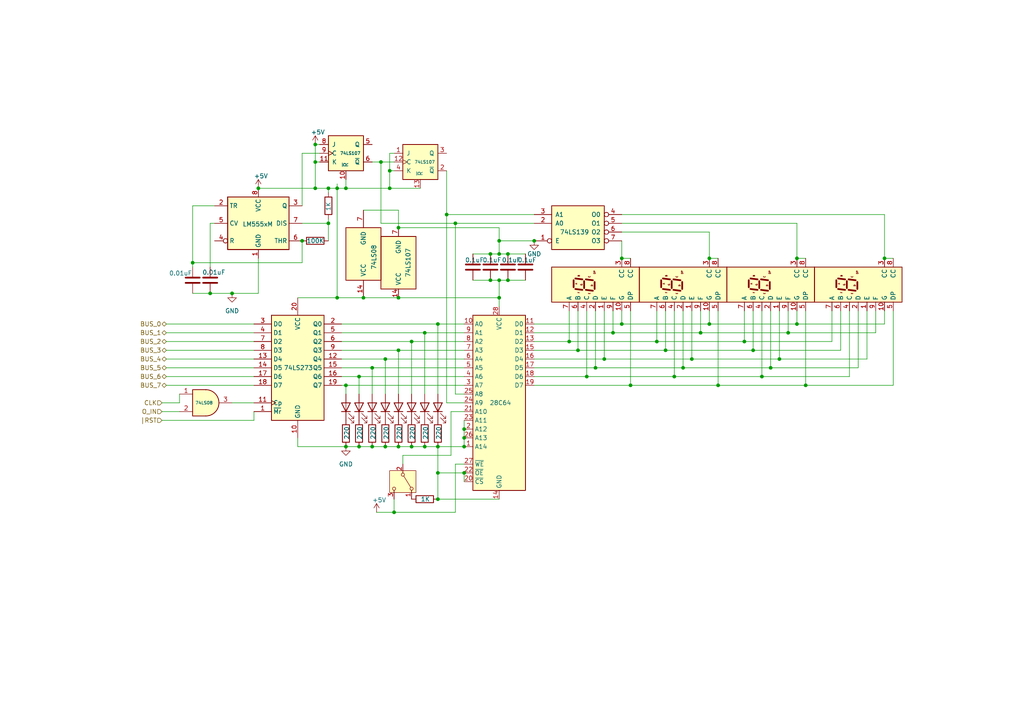
<source format=kicad_sch>
(kicad_sch (version 20231120) (generator "eeschema") (generator_version "8.0")
  (paper "A4")
  (lib_symbols
    (symbol "74xx:74LS08" (pin_names (offset 1.016))
      (property "Reference" "U" (at 0 1.27 0))
      (property "Value" "74LS08" (at 0 -1.27 0))
      (symbol "74LS08_1_1"
        (arc (start 0 -3.81) (mid 3.7934 0) (end 0 3.81) (stroke (width 0.254)) (fill (type background)))
        (polyline (pts (xy 0 3.81) (xy -3.81 3.81) (xy -3.81 -3.81) (xy 0 -3.81)) (stroke (width 0.254)) (fill (type background)))
        (pin input line (at -7.62 2.54 0) (length 3.81) (name "~") (number "1"))
        (pin input line (at -7.62 -2.54 0) (length 3.81) (name "~") (number "2"))
        (pin output line (at 7.62 0 180) (length 3.81) (name "~") (number "3"))
      )
      (symbol "74LS08_1_2"
        (arc (start -3.81 -3.81) (mid -2.589 0) (end -3.81 3.81) (stroke (width 0.254)))
        (arc (start -0.6096 -3.81) (mid 2.1842 -2.5851) (end 3.81 0) (stroke (width 0.254)) (fill (type background)))
        (polyline (pts (xy -3.81 -3.81) (xy -0.635 -3.81)) (stroke (width 0.254)) (fill (type background)))
        (polyline (pts (xy -3.81 3.81) (xy -0.635 3.81)) (stroke (width 0.254)) (fill (type background)))
        (polyline (pts (xy -0.635 3.81) (xy -3.81 3.81) (xy -3.81 3.81) (xy -3.556 3.4036) (xy -3.0226 2.2606) (xy -2.6924 1.0414) (xy -2.6162 -0.254) (xy -2.7686 -1.4986) (xy -3.175 -2.7178) (xy -3.81 -3.81) (xy -3.81 -3.81) (xy -0.635 -3.81)) (stroke (width -25.4)) (fill (type background)))
        (arc (start 3.81 0) (mid 2.1915 2.5936) (end -0.6096 3.81) (stroke (width 0.254)) (fill (type background)))
        (pin input inverted (at -7.62 2.54 0) (length 4.318) (name "~") (number "1"))
        (pin input inverted (at -7.62 -2.54 0) (length 4.318) (name "~") (number "2"))
        (pin output inverted (at 7.62 0 180) (length 3.81) (name "~") (number "3"))
      )
      (symbol "74LS08_2_1"
        (arc (start 0 -3.81) (mid 3.7934 0) (end 0 3.81) (stroke (width 0.254)) (fill (type background)))
        (polyline (pts (xy 0 3.81) (xy -3.81 3.81) (xy -3.81 -3.81) (xy 0 -3.81)) (stroke (width 0.254)) (fill (type background)))
        (pin input line (at -7.62 2.54 0) (length 3.81) (name "~") (number "4"))
        (pin input line (at -7.62 -2.54 0) (length 3.81) (name "~") (number "5"))
        (pin output line (at 7.62 0 180) (length 3.81) (name "~") (number "6"))
      )
      (symbol "74LS08_2_2"
        (arc (start -3.81 -3.81) (mid -2.589 0) (end -3.81 3.81) (stroke (width 0.254)))
        (arc (start -0.6096 -3.81) (mid 2.1842 -2.5851) (end 3.81 0) (stroke (width 0.254)) (fill (type background)))
        (polyline (pts (xy -3.81 -3.81) (xy -0.635 -3.81)) (stroke (width 0.254)) (fill (type background)))
        (polyline (pts (xy -3.81 3.81) (xy -0.635 3.81)) (stroke (width 0.254)) (fill (type background)))
        (polyline (pts (xy -0.635 3.81) (xy -3.81 3.81) (xy -3.81 3.81) (xy -3.556 3.4036) (xy -3.0226 2.2606) (xy -2.6924 1.0414) (xy -2.6162 -0.254) (xy -2.7686 -1.4986) (xy -3.175 -2.7178) (xy -3.81 -3.81) (xy -3.81 -3.81) (xy -0.635 -3.81)) (stroke (width -25.4)) (fill (type background)))
        (arc (start 3.81 0) (mid 2.1915 2.5936) (end -0.6096 3.81) (stroke (width 0.254)) (fill (type background)))
        (pin input inverted (at -7.62 2.54 0) (length 4.318) (name "~") (number "4"))
        (pin input inverted (at -7.62 -2.54 0) (length 4.318) (name "~") (number "5"))
        (pin output inverted (at 7.62 0 180) (length 3.81) (name "~") (number "6"))
      )
      (symbol "74LS08_3_1"
        (arc (start 0 -3.81) (mid 3.7934 0) (end 0 3.81) (stroke (width 0.254)) (fill (type background)))
        (polyline (pts (xy 0 3.81) (xy -3.81 3.81) (xy -3.81 -3.81) (xy 0 -3.81)) (stroke (width 0.254)) (fill (type background)))
        (pin input line (at -7.62 -2.54 0) (length 3.81) (name "~") (number "10"))
        (pin output line (at 7.62 0 180) (length 3.81) (name "~") (number "8"))
        (pin input line (at -7.62 2.54 0) (length 3.81) (name "~") (number "9"))
      )
      (symbol "74LS08_3_2"
        (arc (start -3.81 -3.81) (mid -2.589 0) (end -3.81 3.81) (stroke (width 0.254)))
        (arc (start -0.6096 -3.81) (mid 2.1842 -2.5851) (end 3.81 0) (stroke (width 0.254)) (fill (type background)))
        (polyline (pts (xy -3.81 -3.81) (xy -0.635 -3.81)) (stroke (width 0.254)) (fill (type background)))
        (polyline (pts (xy -3.81 3.81) (xy -0.635 3.81)) (stroke (width 0.254)) (fill (type background)))
        (polyline (pts (xy -0.635 3.81) (xy -3.81 3.81) (xy -3.81 3.81) (xy -3.556 3.4036) (xy -3.0226 2.2606) (xy -2.6924 1.0414) (xy -2.6162 -0.254) (xy -2.7686 -1.4986) (xy -3.175 -2.7178) (xy -3.81 -3.81) (xy -3.81 -3.81) (xy -0.635 -3.81)) (stroke (width -25.4)) (fill (type background)))
        (arc (start 3.81 0) (mid 2.1915 2.5936) (end -0.6096 3.81) (stroke (width 0.254)) (fill (type background)))
        (pin input inverted (at -7.62 -2.54 0) (length 4.318) (name "~") (number "10"))
        (pin output inverted (at 7.62 0 180) (length 3.81) (name "~") (number "8"))
        (pin input inverted (at -7.62 2.54 0) (length 4.318) (name "~") (number "9"))
      )
      (symbol "74LS08_4_1"
        (arc (start 0 -3.81) (mid 3.7934 0) (end 0 3.81) (stroke (width 0.254)) (fill (type background)))
        (polyline (pts (xy 0 3.81) (xy -3.81 3.81) (xy -3.81 -3.81) (xy 0 -3.81)) (stroke (width 0.254)) (fill (type background)))
        (pin output line (at 7.62 0 180) (length 3.81) (name "~") (number "11"))
        (pin input line (at -7.62 2.54 0) (length 3.81) (name "~") (number "12"))
        (pin input line (at -7.62 -2.54 0) (length 3.81) (name "~") (number "13"))
      )
      (symbol "74LS08_4_2"
        (arc (start -3.81 -3.81) (mid -2.589 0) (end -3.81 3.81) (stroke (width 0.254)))
        (arc (start -0.6096 -3.81) (mid 2.1842 -2.5851) (end 3.81 0) (stroke (width 0.254)) (fill (type background)))
        (polyline (pts (xy -3.81 -3.81) (xy -0.635 -3.81)) (stroke (width 0.254)) (fill (type background)))
        (polyline (pts (xy -3.81 3.81) (xy -0.635 3.81)) (stroke (width 0.254)) (fill (type background)))
        (polyline (pts (xy -0.635 3.81) (xy -3.81 3.81) (xy -3.81 3.81) (xy -3.556 3.4036) (xy -3.0226 2.2606) (xy -2.6924 1.0414) (xy -2.6162 -0.254) (xy -2.7686 -1.4986) (xy -3.175 -2.7178) (xy -3.81 -3.81) (xy -3.81 -3.81) (xy -0.635 -3.81)) (stroke (width -25.4)) (fill (type background)))
        (arc (start 3.81 0) (mid 2.1915 2.5936) (end -0.6096 3.81) (stroke (width 0.254)) (fill (type background)))
        (pin output inverted (at 7.62 0 180) (length 3.81) (name "~") (number "11"))
        (pin input inverted (at -7.62 2.54 0) (length 4.318) (name "~") (number "12"))
        (pin input inverted (at -7.62 -2.54 0) (length 4.318) (name "~") (number "13"))
      )
      (symbol "74LS08_5_0"
        (pin power_in line (at 0 12.7 270) (length 5.08) (name "VCC") (number "14"))
        (pin power_in line (at 0 -12.7 90) (length 5.08) (name "GND") (number "7"))
      )
      (symbol "74LS08_5_1"
        (rectangle (start -5.08 7.62) (end 5.08 -7.62) (stroke (width 0.254)) (fill (type background)))
      )
    )
    (symbol "74xx:74LS107" (pin_names (offset 1.016))
      (property "Reference" "U" (at -7.62 8.89 0))
      (property "Value" "74LS107" (at -7.62 -8.89 0))
      (symbol "74LS107_1_0"
        (pin input line (at -7.62 2.54 0) (length 2.54) (name "J") (number "1"))
        (pin input clock (at -7.62 0 0) (length 2.54) (name "C") (number "12"))
        (pin input line (at 0 -7.62 90) (length 2.54) (name "~{R}") (number "13"))
        (pin output line (at 7.62 -2.54 180) (length 2.54) (name "~{Q}") (number "2"))
        (pin output line (at 7.62 2.54 180) (length 2.54) (name "Q") (number "3"))
        (pin input line (at -7.62 -2.54 0) (length 2.54) (name "K") (number "4"))
      )
      (symbol "74LS107_1_1"
        (rectangle (start -5.08 5.08) (end 5.08 -5.08) (stroke (width 0.254)) (fill (type background)))
      )
      (symbol "74LS107_2_0"
        (pin input line (at 0 -7.62 90) (length 2.54) (name "~{R}") (number "10"))
        (pin input line (at -7.62 -2.54 0) (length 2.54) (name "K") (number "11"))
        (pin output line (at 7.62 2.54 180) (length 2.54) (name "Q") (number "5"))
        (pin output line (at 7.62 -2.54 180) (length 2.54) (name "~{Q}") (number "6"))
        (pin input line (at -7.62 2.54 0) (length 2.54) (name "J") (number "8"))
        (pin input clock (at -7.62 0 0) (length 2.54) (name "C") (number "9"))
      )
      (symbol "74LS107_2_1"
        (rectangle (start -5.08 5.08) (end 5.08 -5.08) (stroke (width 0.254)) (fill (type background)))
      )
      (symbol "74LS107_3_0"
        (pin power_in line (at 0 10.16 270) (length 2.54) (name "VCC") (number "14"))
        (pin power_in line (at 0 -10.16 90) (length 2.54) (name "GND") (number "7"))
      )
      (symbol "74LS107_3_1"
        (rectangle (start -5.08 7.62) (end 5.08 -7.62) (stroke (width 0.254)) (fill (type background)))
      )
    )
    (symbol "74xx:74LS139" (pin_names (offset 1.016))
      (property "Reference" "U" (at -7.62 8.89 0))
      (property "Value" "74LS139" (at -7.62 -8.89 0))
      (symbol "74LS139_1_0"
        (pin input inverted (at -12.7 -5.08 0) (length 5.08) (name "E") (number "1"))
        (pin input line (at -12.7 0 0) (length 5.08) (name "A0") (number "2"))
        (pin input line (at -12.7 2.54 0) (length 5.08) (name "A1") (number "3"))
        (pin output inverted (at 12.7 2.54 180) (length 5.08) (name "O0") (number "4"))
        (pin output inverted (at 12.7 0 180) (length 5.08) (name "O1") (number "5"))
        (pin output inverted (at 12.7 -2.54 180) (length 5.08) (name "O2") (number "6"))
        (pin output inverted (at 12.7 -5.08 180) (length 5.08) (name "O3") (number "7"))
      )
      (symbol "74LS139_1_1"
        (rectangle (start -7.62 5.08) (end 7.62 -7.62) (stroke (width 0.254)) (fill (type background)))
      )
      (symbol "74LS139_2_0"
        (pin output inverted (at 12.7 -2.54 180) (length 5.08) (name "O2") (number "10"))
        (pin output inverted (at 12.7 0 180) (length 5.08) (name "O1") (number "11"))
        (pin output inverted (at 12.7 2.54 180) (length 5.08) (name "O0") (number "12"))
        (pin input line (at -12.7 2.54 0) (length 5.08) (name "A1") (number "13"))
        (pin input line (at -12.7 0 0) (length 5.08) (name "A0") (number "14"))
        (pin input inverted (at -12.7 -5.08 0) (length 5.08) (name "E") (number "15"))
        (pin output inverted (at 12.7 -5.08 180) (length 5.08) (name "O3") (number "9"))
      )
      (symbol "74LS139_2_1"
        (rectangle (start -7.62 5.08) (end 7.62 -7.62) (stroke (width 0.254)) (fill (type background)))
      )
      (symbol "74LS139_3_0"
        (pin power_in line (at 0 12.7 270) (length 5.08) (name "VCC") (number "16"))
        (pin power_in line (at 0 -12.7 90) (length 5.08) (name "GND") (number "8"))
      )
      (symbol "74LS139_3_1"
        (rectangle (start -5.08 7.62) (end 5.08 -7.62) (stroke (width 0.254)) (fill (type background)))
      )
    )
    (symbol "74xx:74LS273"
      (property "Reference" "U" (at -7.62 16.51 0))
      (property "Value" "74LS273" (at -7.62 -16.51 0))
      (symbol "74LS273_1_0"
        (pin input line (at -12.7 -12.7 0) (length 5.08) (name "~{Mr}") (number "1"))
        (pin power_in line (at 0 -20.32 90) (length 5.08) (name "GND") (number "10"))
        (pin input clock (at -12.7 -10.16 0) (length 5.08) (name "Cp") (number "11"))
        (pin output line (at 12.7 2.54 180) (length 5.08) (name "Q4") (number "12"))
        (pin input line (at -12.7 2.54 0) (length 5.08) (name "D4") (number "13"))
        (pin input line (at -12.7 0 0) (length 5.08) (name "D5") (number "14"))
        (pin output line (at 12.7 0 180) (length 5.08) (name "Q5") (number "15"))
        (pin output line (at 12.7 -2.54 180) (length 5.08) (name "Q6") (number "16"))
        (pin input line (at -12.7 -2.54 0) (length 5.08) (name "D6") (number "17"))
        (pin input line (at -12.7 -5.08 0) (length 5.08) (name "D7") (number "18"))
        (pin output line (at 12.7 -5.08 180) (length 5.08) (name "Q7") (number "19"))
        (pin output line (at 12.7 12.7 180) (length 5.08) (name "Q0") (number "2"))
        (pin power_in line (at 0 20.32 270) (length 5.08) (name "VCC") (number "20"))
        (pin input line (at -12.7 12.7 0) (length 5.08) (name "D0") (number "3"))
        (pin input line (at -12.7 10.16 0) (length 5.08) (name "D1") (number "4"))
        (pin output line (at 12.7 10.16 180) (length 5.08) (name "Q1") (number "5"))
        (pin output line (at 12.7 7.62 180) (length 5.08) (name "Q2") (number "6"))
        (pin input line (at -12.7 7.62 0) (length 5.08) (name "D2") (number "7"))
        (pin input line (at -12.7 5.08 0) (length 5.08) (name "D3") (number "8"))
        (pin output line (at 12.7 5.08 180) (length 5.08) (name "Q3") (number "9"))
      )
      (symbol "74LS273_1_1"
        (rectangle (start -7.62 15.24) (end 7.62 -15.24) (stroke (width 0.254)) (fill (type background)))
      )
    )
    (symbol "Device:C" (pin_numbers hide) (pin_names (offset 0.254))
      (property "Reference" "C" (at 0.635 2.54 0))
      (property "Value" "C" (at 0.635 -2.54 0))
      (symbol "C_0_1"
        (polyline (pts (xy -2.032 -0.762) (xy 2.032 -0.762)) (stroke (width 0.508)))
        (polyline (pts (xy -2.032 0.762) (xy 2.032 0.762)) (stroke (width 0.508)))
      )
      (symbol "C_1_1"
        (pin passive line (at 0 3.81 270) (length 2.794) (name "~") (number "1"))
        (pin passive line (at 0 -3.81 90) (length 2.794) (name "~") (number "2"))
      )
    )
    (symbol "Device:LED" (pin_numbers hide) (pin_names (offset 1.016) hide)
      (property "Reference" "D" (at 0 2.54 0))
      (property "Value" "LED" (at 0 -2.54 0))
      (symbol "LED_0_1"
        (polyline (pts (xy -1.27 -1.27) (xy -1.27 1.27)) (stroke (width 0.254)))
        (polyline (pts (xy -1.27 0) (xy 1.27 0)))
        (polyline (pts (xy 1.27 -1.27) (xy 1.27 1.27) (xy -1.27 0) (xy 1.27 -1.27)) (stroke (width 0.254)))
        (polyline (pts (xy -3.048 -0.762) (xy -4.572 -2.286) (xy -3.81 -2.286) (xy -4.572 -2.286) (xy -4.572 -1.524)))
        (polyline (pts (xy -1.778 -0.762) (xy -3.302 -2.286) (xy -2.54 -2.286) (xy -3.302 -2.286) (xy -3.302 -1.524)))
      )
      (symbol "LED_1_1"
        (pin passive line (at -3.81 0 0) (length 2.54) (name "K") (number "1"))
        (pin passive line (at 3.81 0 180) (length 2.54) (name "A") (number "2"))
      )
    )
    (symbol "Device:R" (pin_numbers hide) (pin_names (offset 0))
      (property "Reference" "R" (at 2.032 0 90))
      (property "Value" "R" (at 0 0 90))
      (symbol "R_0_1"
        (rectangle (start -1.016 -2.54) (end 1.016 2.54) (stroke (width 0.254)))
      )
      (symbol "R_1_1"
        (pin passive line (at 0 3.81 270) (length 1.27) (name "~") (number "1"))
        (pin passive line (at 0 -3.81 90) (length 1.27) (name "~") (number "2"))
      )
    )
    (symbol "Display_Character:D168K"
      (property "Reference" "U" (at -2.54 13.97 0))
      (property "Value" "D168K" (at 1.27 13.97 0))
      (symbol "D168K_0_0"
        (text "A" (at 0.254 5.588 0) (effects (font (size 0.508 0.508))))
        (text "B" (at 2.54 4.826 0) (effects (font (size 0.508 0.508))))
        (text "C" (at 2.286 1.778 0) (effects (font (size 0.508 0.508))))
        (text "D" (at -0.254 1.016 0) (effects (font (size 0.508 0.508))))
        (text "DP" (at 3.556 0.254 0) (effects (font (size 0.508 0.508))))
        (text "E" (at -2.54 1.778 0) (effects (font (size 0.508 0.508))))
        (text "F" (at -2.286 4.826 0) (effects (font (size 0.508 0.508))))
        (text "G" (at 0 4.064 0) (effects (font (size 0.508 0.508))))
      )
      (symbol "D168K_0_1"
        (rectangle (start -5.08 12.7) (end 5.08 -12.7) (stroke (width 0.254)) (fill (type background)))
        (polyline (pts (xy -1.524 2.794) (xy -1.778 0.762)) (stroke (width 0.508)))
        (polyline (pts (xy -1.27 0.254) (xy 0.762 0.254)) (stroke (width 0.508)))
        (polyline (pts (xy -1.27 5.842) (xy -1.524 3.81)) (stroke (width 0.508)))
        (polyline (pts (xy -1.016 3.302) (xy 1.016 3.302)) (stroke (width 0.508)))
        (polyline (pts (xy -0.762 6.35) (xy 1.27 6.35)) (stroke (width 0.508)))
        (polyline (pts (xy 1.524 2.794) (xy 1.27 0.762)) (stroke (width 0.508)))
        (polyline (pts (xy 1.778 5.842) (xy 1.524 3.81)) (stroke (width 0.508)))
        (polyline (pts (xy 2.54 0.254) (xy 2.54 0.254)) (stroke (width 0.508)))
      )
      (symbol "D168K_1_1"
        (pin input line (at -7.62 -2.54 0) (length 2.54) (name "E") (number "1"))
        (pin input line (at -7.62 -7.62 0) (length 2.54) (name "G") (number "10"))
        (pin input line (at -7.62 0 0) (length 2.54) (name "D") (number "2"))
        (pin input line (at 7.62 -7.62 180) (length 2.54) (name "CC") (number "3"))
        (pin input line (at -7.62 2.54 0) (length 2.54) (name "C") (number "4"))
        (pin input line (at -7.62 -10.16 0) (length 2.54) (name "DP") (number "5"))
        (pin input line (at -7.62 5.08 0) (length 2.54) (name "B") (number "6"))
        (pin input line (at -7.62 7.62 0) (length 2.54) (name "A") (number "7"))
        (pin input line (at 7.62 -10.16 180) (length 2.54) (name "CC") (number "8"))
        (pin input line (at -7.62 -5.08 0) (length 2.54) (name "F") (number "9"))
      )
    )
    (symbol "Memory_EEPROM:28C256"
      (property "Reference" "U" (at -7.62 26.67 0))
      (property "Value" "28C256" (at 2.54 -26.67 0))
      (symbol "28C256_1_1"
        (rectangle (start -7.62 25.4) (end 7.62 -25.4) (stroke (width 0.254)) (fill (type background)))
        (pin input line (at -10.16 -12.7 0) (length 2.54) (name "A14") (number "1"))
        (pin input line (at -10.16 22.86 0) (length 2.54) (name "A0") (number "10"))
        (pin tri_state line (at 10.16 22.86 180) (length 2.54) (name "D0") (number "11"))
        (pin tri_state line (at 10.16 20.32 180) (length 2.54) (name "D1") (number "12"))
        (pin tri_state line (at 10.16 17.78 180) (length 2.54) (name "D2") (number "13"))
        (pin power_in line (at 0 -27.94 90) (length 2.54) (name "GND") (number "14"))
        (pin tri_state line (at 10.16 15.24 180) (length 2.54) (name "D3") (number "15"))
        (pin tri_state line (at 10.16 12.7 180) (length 2.54) (name "D4") (number "16"))
        (pin tri_state line (at 10.16 10.16 180) (length 2.54) (name "D5") (number "17"))
        (pin tri_state line (at 10.16 7.62 180) (length 2.54) (name "D6") (number "18"))
        (pin tri_state line (at 10.16 5.08 180) (length 2.54) (name "D7") (number "19"))
        (pin input line (at -10.16 -7.62 0) (length 2.54) (name "A12") (number "2"))
        (pin input line (at -10.16 -22.86 0) (length 2.54) (name "~{CS}") (number "20"))
        (pin input line (at -10.16 -2.54 0) (length 2.54) (name "A10") (number "21"))
        (pin input line (at -10.16 -20.32 0) (length 2.54) (name "~{OE}") (number "22"))
        (pin input line (at -10.16 -5.08 0) (length 2.54) (name "A11") (number "23"))
        (pin input line (at -10.16 0 0) (length 2.54) (name "A9") (number "24"))
        (pin input line (at -10.16 2.54 0) (length 2.54) (name "A8") (number "25"))
        (pin input line (at -10.16 -10.16 0) (length 2.54) (name "A13") (number "26"))
        (pin input line (at -10.16 -17.78 0) (length 2.54) (name "~{WE}") (number "27"))
        (pin power_in line (at 0 27.94 270) (length 2.54) (name "VCC") (number "28"))
        (pin input line (at -10.16 5.08 0) (length 2.54) (name "A7") (number "3"))
        (pin input line (at -10.16 7.62 0) (length 2.54) (name "A6") (number "4"))
        (pin input line (at -10.16 10.16 0) (length 2.54) (name "A5") (number "5"))
        (pin input line (at -10.16 12.7 0) (length 2.54) (name "A4") (number "6"))
        (pin input line (at -10.16 15.24 0) (length 2.54) (name "A3") (number "7"))
        (pin input line (at -10.16 17.78 0) (length 2.54) (name "A2") (number "8"))
        (pin input line (at -10.16 20.32 0) (length 2.54) (name "A1") (number "9"))
      )
    )
    (symbol "Switch:SW_SPDT" (pin_names (offset 0) hide)
      (property "Reference" "SW" (at 0 5.08 0))
      (property "Value" "SW_SPDT" (at 0 -5.08 0))
      (symbol "SW_SPDT_0_1"
        (circle (center -2.032 0) (radius 0.4572))
        (polyline (pts (xy -1.651 0.254) (xy 1.651 2.286)))
        (circle (center 2.032 -2.54) (radius 0.4572))
        (circle (center 2.032 2.54) (radius 0.4572))
      )
      (symbol "SW_SPDT_1_1"
        (rectangle (start -3.175 3.81) (end 3.175 -3.81) (fill (type background)))
        (pin passive line (at 5.08 2.54 180) (length 2.54) (name "A") (number "1"))
        (pin passive line (at -5.08 0 0) (length 2.54) (name "B") (number "2"))
        (pin passive line (at 5.08 -2.54 180) (length 2.54) (name "C") (number "3"))
      )
    )
    (symbol "Timer:LM555xM"
      (property "Reference" "U" (at -10.16 8.89 0))
      (property "Value" "LM555xM" (at 2.54 8.89 0))
      (symbol "LM555xM_0_0"
        (pin power_in line (at 0 -10.16 90) (length 2.54) (name "GND") (number "1"))
        (pin power_in line (at 0 10.16 270) (length 2.54) (name "VCC") (number "8"))
      )
      (symbol "LM555xM_0_1"
        (rectangle (start -8.89 -7.62) (end 8.89 7.62) (stroke (width 0.254)) (fill (type background)))
        (rectangle (start -8.89 -7.62) (end 8.89 7.62) (stroke (width 0.254)) (fill (type background)))
      )
      (symbol "LM555xM_1_1"
        (pin input line (at -12.7 5.08 0) (length 3.81) (name "TR") (number "2"))
        (pin output line (at 12.7 5.08 180) (length 3.81) (name "Q") (number "3"))
        (pin input inverted (at -12.7 -5.08 0) (length 3.81) (name "R") (number "4"))
        (pin input line (at -12.7 0 0) (length 3.81) (name "CV") (number "5"))
        (pin input line (at 12.7 -5.08 180) (length 3.81) (name "THR") (number "6"))
        (pin input line (at 12.7 0 180) (length 3.81) (name "DIS") (number "7"))
      )
    )
    (symbol "power:+5V" (power) (pin_numbers hide) (pin_names (offset 0) hide)
      (property "Value" "+5V" (at 0 3.556 0))
      (symbol "+5V_0_1"
        (polyline (pts (xy -0.762 1.27) (xy 0 2.54)))
        (polyline (pts (xy 0 0) (xy 0 2.54)))
        (polyline (pts (xy 0 2.54) (xy 0.762 1.27)))
      )
      (symbol "+5V_1_1"
        (pin power_in line (at 0 0 90) (length 0) (name "~") (number "1"))
      )
    )
    (symbol "power:GND" (power) (pin_numbers hide) (pin_names (offset 0) hide)
      (property "Value" "GND" (at 0 -3.81 0))
      (symbol "GND_0_1"
        (polyline (pts (xy 0 0) (xy 0 -1.27) (xy 1.27 -1.27) (xy 0 -2.54) (xy -1.27 -1.27) (xy 0 -1.27)))
      )
      (symbol "GND_1_1"
        (pin power_in line (at 0 0 270) (length 0) (name "~") (number "1"))
      )
    )
  )
  (junction (at 144.78 81.28))
  (junction (at 87.63 69.85))
  (junction (at 97.79 54.61))
  (junction (at 95.25 54.61))
  (junction (at 104.14 109.22))
  (junction (at 113.03 49.53))
  (junction (at 100.33 54.61))
  (junction (at 170.18 109.22))
  (junction (at 132.08 64.77))
  (junction (at 91.44 54.61))
  (junction (at 105.41 86.36))
  (junction (at 111.76 129.54))
  (junction (at 111.76 104.14))
  (junction (at 167.64 101.6))
  (junction (at 115.57 66.04))
  (junction (at 228.6 96.52))
  (junction (at 127 144.78))
  (junction (at 190.5 99.06))
  (junction (at 147.32 73.66))
  (junction (at 115.57 101.6))
  (junction (at 233.68 111.76))
  (junction (at 144.78 69.85))
  (junction (at 114.3 148.59))
  (junction (at 144.78 73.66))
  (junction (at 110.49 46.99))
  (junction (at 180.34 93.98))
  (junction (at 113.03 54.61))
  (junction (at 95.25 64.77))
  (junction (at 203.2 96.52))
  (junction (at 218.44 101.6))
  (junction (at 134.62 127))
  (junction (at 231.14 74.93))
  (junction (at 55.88 76.2))
  (junction (at 172.72 106.68))
  (junction (at 142.24 81.28))
  (junction (at 67.31 85.09))
  (junction (at 115.57 129.54))
  (junction (at 74.93 54.61))
  (junction (at 107.95 129.54))
  (junction (at 215.9 99.06))
  (junction (at 256.54 74.93))
  (junction (at 205.74 93.98))
  (junction (at 226.06 104.14))
  (junction (at 127 137.16))
  (junction (at 147.32 81.28))
  (junction (at 123.19 129.54))
  (junction (at 129.54 62.23))
  (junction (at 198.12 106.68))
  (junction (at 193.04 101.6))
  (junction (at 144.78 86.36))
  (junction (at 142.24 73.66))
  (junction (at 175.26 104.14))
  (junction (at 165.1 99.06))
  (junction (at 177.8 96.52))
  (junction (at 104.14 129.54))
  (junction (at 182.88 111.76))
  (junction (at 223.52 106.68))
  (junction (at 123.19 96.52))
  (junction (at 220.98 109.22))
  (junction (at 119.38 99.06))
  (junction (at 134.62 124.46))
  (junction (at 195.58 109.22))
  (junction (at 100.33 129.54))
  (junction (at 115.57 86.36))
  (junction (at 205.74 74.93))
  (junction (at 91.44 41.91))
  (junction (at 134.62 137.16))
  (junction (at 134.62 129.54))
  (junction (at 200.66 104.14))
  (junction (at 127 93.98))
  (junction (at 127 129.54))
  (junction (at 107.95 106.68))
  (junction (at 208.28 111.76))
  (junction (at 97.79 86.36))
  (junction (at 231.14 93.98))
  (junction (at 60.96 85.09))
  (junction (at 91.44 46.99))
  (junction (at 154.94 69.85))
  (junction (at 180.34 74.93))
  (junction (at 119.38 129.54))
  (junction (at 100.33 111.76))
  (wire (pts (xy 104.14 109.22) (xy 99.06 109.22)))
  (wire (pts (xy 193.04 101.6) (xy 218.44 101.6)))
  (wire (pts (xy 172.72 106.68) (xy 198.12 106.68)))
  (wire (pts (xy 107.95 106.68) (xy 107.95 114.3)))
  (wire (pts (xy 231.14 90.17) (xy 231.14 93.98)))
  (wire (pts (xy 91.44 46.99) (xy 91.44 41.91)))
  (wire (pts (xy 87.63 64.77) (xy 95.25 64.77)))
  (wire (pts (xy 198.12 106.68) (xy 223.52 106.68)))
  (wire (pts (xy 154.94 109.22) (xy 170.18 109.22)))
  (wire (pts (xy 86.36 129.54) (xy 100.33 129.54)))
  (wire (pts (xy 172.72 90.17) (xy 172.72 106.68)))
  (wire (pts (xy 105.41 86.36) (xy 115.57 86.36)))
  (wire (pts (xy 55.88 59.69) (xy 55.88 76.2)))
  (wire (pts (xy 100.33 129.54) (xy 104.14 129.54)))
  (wire (pts (xy 129.54 49.53) (xy 129.54 62.23)))
  (wire (pts (xy 134.62 96.52) (xy 123.19 96.52)))
  (wire (pts (xy 154.94 99.06) (xy 165.1 99.06)))
  (wire (pts (xy 132.08 134.62) (xy 132.08 148.59)))
  (wire (pts (xy 154.94 101.6) (xy 167.64 101.6)))
  (wire (pts (xy 130.81 119.38) (xy 130.81 132.08)))
  (wire (pts (xy 175.26 104.14) (xy 200.66 104.14)))
  (wire (pts (xy 144.78 69.85) (xy 144.78 66.04)))
  (wire (pts (xy 256.54 74.93) (xy 259.08 74.93)))
  (wire (pts (xy 60.96 77.47) (xy 60.96 64.77)))
  (wire (pts (xy 48.26 111.76) (xy 73.66 111.76)))
  (wire (pts (xy 107.95 46.99) (xy 110.49 46.99)))
  (wire (pts (xy 144.78 81.28) (xy 144.78 86.36)))
  (wire (pts (xy 208.28 90.17) (xy 208.28 111.76)))
  (wire (pts (xy 127 144.78) (xy 127 137.16)))
  (wire (pts (xy 123.19 129.54) (xy 127 129.54)))
  (wire (pts (xy 127 129.54) (xy 134.62 129.54)))
  (wire (pts (xy 48.26 101.6) (xy 73.66 101.6)))
  (wire (pts (xy 203.2 96.52) (xy 228.6 96.52)))
  (wire (pts (xy 223.52 90.17) (xy 223.52 106.68)))
  (wire (pts (xy 167.64 90.17) (xy 167.64 101.6)))
  (wire (pts (xy 144.78 73.66) (xy 147.32 73.66)))
  (wire (pts (xy 107.95 106.68) (xy 99.06 106.68)))
  (wire (pts (xy 95.25 69.85) (xy 95.25 64.77)))
  (wire (pts (xy 52.07 116.84) (xy 52.07 114.3)))
  (wire (pts (xy 180.34 64.77) (xy 231.14 64.77)))
  (wire (pts (xy 109.22 148.59) (xy 114.3 148.59)))
  (wire (pts (xy 134.62 121.92) (xy 134.62 124.46)))
  (wire (pts (xy 132.08 148.59) (xy 114.3 148.59)))
  (wire (pts (xy 203.2 90.17) (xy 203.2 96.52)))
  (wire (pts (xy 147.32 73.66) (xy 152.4 73.66)))
  (wire (pts (xy 205.74 93.98) (xy 231.14 93.98)))
  (wire (pts (xy 87.63 44.45) (xy 92.71 44.45)))
  (wire (pts (xy 220.98 109.22) (xy 246.38 109.22)))
  (wire (pts (xy 115.57 60.96) (xy 115.57 66.04)))
  (wire (pts (xy 127 144.78) (xy 144.78 144.78)))
  (wire (pts (xy 137.16 73.66) (xy 142.24 73.66)))
  (wire (pts (xy 220.98 90.17) (xy 220.98 109.22)))
  (wire (pts (xy 134.62 119.38) (xy 130.81 119.38)))
  (wire (pts (xy 105.41 60.96) (xy 115.57 60.96)))
  (wire (pts (xy 46.99 119.38) (xy 52.07 119.38)))
  (wire (pts (xy 115.57 86.36) (xy 144.78 86.36)))
  (wire (pts (xy 48.26 93.98) (xy 73.66 93.98)))
  (wire (pts (xy 55.88 76.2) (xy 55.88 77.47)))
  (wire (pts (xy 113.03 49.53) (xy 113.03 54.61)))
  (wire (pts (xy 134.62 116.84) (xy 129.54 116.84)))
  (wire (pts (xy 116.84 132.08) (xy 116.84 134.62)))
  (wire (pts (xy 97.79 54.61) (xy 97.79 86.36)))
  (wire (pts (xy 218.44 90.17) (xy 218.44 101.6)))
  (wire (pts (xy 200.66 104.14) (xy 226.06 104.14)))
  (wire (pts (xy 226.06 90.17) (xy 226.06 104.14)))
  (wire (pts (xy 190.5 90.17) (xy 190.5 99.06)))
  (wire (pts (xy 248.92 90.17) (xy 248.92 106.68)))
  (wire (pts (xy 87.63 69.85) (xy 87.63 76.2)))
  (wire (pts (xy 114.3 49.53) (xy 113.03 49.53)))
  (wire (pts (xy 180.34 90.17) (xy 180.34 93.98)))
  (wire (pts (xy 92.71 46.99) (xy 91.44 46.99)))
  (wire (pts (xy 175.26 90.17) (xy 175.26 104.14)))
  (wire (pts (xy 110.49 46.99) (xy 110.49 64.77)))
  (wire (pts (xy 127 137.16) (xy 127 129.54)))
  (wire (pts (xy 46.99 116.84) (xy 52.07 116.84)))
  (wire (pts (xy 48.26 109.22) (xy 73.66 109.22)))
  (wire (pts (xy 165.1 99.06) (xy 190.5 99.06)))
  (wire (pts (xy 115.57 66.04) (xy 144.78 66.04)))
  (wire (pts (xy 134.62 109.22) (xy 104.14 109.22)))
  (wire (pts (xy 127 93.98) (xy 99.06 93.98)))
  (wire (pts (xy 233.68 111.76) (xy 259.08 111.76)))
  (wire (pts (xy 142.24 81.28) (xy 144.78 81.28)))
  (wire (pts (xy 215.9 99.06) (xy 241.3 99.06)))
  (wire (pts (xy 110.49 46.99) (xy 114.3 46.99)))
  (wire (pts (xy 55.88 85.09) (xy 60.96 85.09)))
  (wire (pts (xy 67.31 85.09) (xy 74.93 85.09)))
  (wire (pts (xy 60.96 64.77) (xy 62.23 64.77)))
  (wire (pts (xy 170.18 90.17) (xy 170.18 109.22)))
  (wire (pts (xy 144.78 81.28) (xy 147.32 81.28)))
  (wire (pts (xy 177.8 90.17) (xy 177.8 96.52)))
  (wire (pts (xy 182.88 90.17) (xy 182.88 111.76)))
  (wire (pts (xy 134.62 137.16) (xy 134.62 139.7)))
  (wire (pts (xy 119.38 129.54) (xy 123.19 129.54)))
  (wire (pts (xy 200.66 90.17) (xy 200.66 104.14)))
  (wire (pts (xy 95.25 54.61) (xy 97.79 54.61)))
  (wire (pts (xy 154.94 96.52) (xy 177.8 96.52)))
  (wire (pts (xy 144.78 73.66) (xy 144.78 69.85)))
  (wire (pts (xy 177.8 96.52) (xy 203.2 96.52)))
  (wire (pts (xy 67.31 116.84) (xy 73.66 116.84)))
  (wire (pts (xy 97.79 53.34) (xy 97.79 54.61)))
  (wire (pts (xy 129.54 62.23) (xy 129.54 116.84)))
  (wire (pts (xy 100.33 111.76) (xy 100.33 114.3)))
  (wire (pts (xy 134.62 124.46) (xy 134.62 127)))
  (wire (pts (xy 121.92 54.61) (xy 113.03 54.61)))
  (wire (pts (xy 180.34 69.85) (xy 180.34 74.93)))
  (wire (pts (xy 243.84 90.17) (xy 243.84 101.6)))
  (wire (pts (xy 46.99 121.92) (xy 73.66 121.92)))
  (wire (pts (xy 165.1 90.17) (xy 165.1 99.06)))
  (wire (pts (xy 193.04 90.17) (xy 193.04 101.6)))
  (wire (pts (xy 104.14 109.22) (xy 104.14 114.3)))
  (wire (pts (xy 198.12 90.17) (xy 198.12 106.68)))
  (wire (pts (xy 91.44 46.99) (xy 91.44 54.61)))
  (wire (pts (xy 97.79 54.61) (xy 100.33 54.61)))
  (wire (pts (xy 134.62 99.06) (xy 119.38 99.06)))
  (wire (pts (xy 170.18 109.22) (xy 195.58 109.22)))
  (wire (pts (xy 231.14 74.93) (xy 233.68 74.93)))
  (wire (pts (xy 132.08 64.77) (xy 132.08 114.3)))
  (wire (pts (xy 107.95 129.54) (xy 111.76 129.54)))
  (wire (pts (xy 134.62 114.3) (xy 132.08 114.3)))
  (wire (pts (xy 180.34 74.93) (xy 182.88 74.93)))
  (wire (pts (xy 127 93.98) (xy 127 114.3)))
  (wire (pts (xy 115.57 129.54) (xy 119.38 129.54)))
  (wire (pts (xy 195.58 109.22) (xy 220.98 109.22)))
  (wire (pts (xy 87.63 76.2) (xy 55.88 76.2)))
  (wire (pts (xy 190.5 99.06) (xy 215.9 99.06)))
  (wire (pts (xy 127 137.16) (xy 134.62 137.16)))
  (wire (pts (xy 113.03 49.53) (xy 113.03 44.45)))
  (wire (pts (xy 123.19 96.52) (xy 99.06 96.52)))
  (wire (pts (xy 154.94 93.98) (xy 180.34 93.98)))
  (wire (pts (xy 233.68 90.17) (xy 233.68 111.76)))
  (wire (pts (xy 100.33 111.76) (xy 99.06 111.76)))
  (wire (pts (xy 215.9 90.17) (xy 215.9 99.06)))
  (wire (pts (xy 86.36 86.36) (xy 97.79 86.36)))
  (wire (pts (xy 115.57 101.6) (xy 99.06 101.6)))
  (wire (pts (xy 256.54 93.98) (xy 256.54 90.17)))
  (wire (pts (xy 228.6 90.17) (xy 228.6 96.52)))
  (wire (pts (xy 115.57 101.6) (xy 115.57 114.3)))
  (wire (pts (xy 104.14 129.54) (xy 107.95 129.54)))
  (wire (pts (xy 134.62 104.14) (xy 111.76 104.14)))
  (wire (pts (xy 246.38 90.17) (xy 246.38 109.22)))
  (wire (pts (xy 95.25 64.77) (xy 95.25 63.5)))
  (wire (pts (xy 100.33 52.07) (xy 100.33 54.61)))
  (wire (pts (xy 226.06 104.14) (xy 251.46 104.14)))
  (wire (pts (xy 205.74 67.31) (xy 205.74 74.93)))
  (wire (pts (xy 144.78 88.9) (xy 144.78 86.36)))
  (wire (pts (xy 256.54 62.23) (xy 256.54 74.93)))
  (wire (pts (xy 144.78 69.85) (xy 154.94 69.85)))
  (wire (pts (xy 251.46 90.17) (xy 251.46 104.14)))
  (wire (pts (xy 231.14 64.77) (xy 231.14 74.93)))
  (wire (pts (xy 111.76 104.14) (xy 99.06 104.14)))
  (wire (pts (xy 119.38 99.06) (xy 119.38 114.3)))
  (wire (pts (xy 132.08 134.62) (xy 134.62 134.62)))
  (wire (pts (xy 134.62 106.68) (xy 107.95 106.68)))
  (wire (pts (xy 134.62 111.76) (xy 100.33 111.76)))
  (wire (pts (xy 180.34 67.31) (xy 205.74 67.31)))
  (wire (pts (xy 60.96 85.09) (xy 67.31 85.09)))
  (wire (pts (xy 134.62 93.98) (xy 127 93.98)))
  (wire (pts (xy 48.26 96.52) (xy 73.66 96.52)))
  (wire (pts (xy 119.38 99.06) (xy 99.06 99.06)))
  (wire (pts (xy 182.88 111.76) (xy 208.28 111.76)))
  (wire (pts (xy 205.74 74.93) (xy 208.28 74.93)))
  (wire (pts (xy 137.16 81.28) (xy 142.24 81.28)))
  (wire (pts (xy 73.66 119.38) (xy 73.66 121.92)))
  (wire (pts (xy 48.26 99.06) (xy 73.66 99.06)))
  (wire (pts (xy 167.64 101.6) (xy 193.04 101.6)))
  (wire (pts (xy 111.76 129.54) (xy 115.57 129.54)))
  (wire (pts (xy 154.94 104.14) (xy 175.26 104.14)))
  (wire (pts (xy 62.23 59.69) (xy 55.88 59.69)))
  (wire (pts (xy 134.62 127) (xy 134.62 129.54)))
  (wire (pts (xy 74.93 54.61) (xy 91.44 54.61)))
  (wire (pts (xy 110.49 64.77) (xy 132.08 64.77)))
  (wire (pts (xy 113.03 44.45) (xy 114.3 44.45)))
  (wire (pts (xy 87.63 59.69) (xy 87.63 44.45)))
  (wire (pts (xy 180.34 93.98) (xy 205.74 93.98)))
  (wire (pts (xy 48.26 106.68) (xy 73.66 106.68)))
  (wire (pts (xy 74.93 74.93) (xy 74.93 85.09)))
  (wire (pts (xy 154.94 64.77) (xy 132.08 64.77)))
  (wire (pts (xy 259.08 111.76) (xy 259.08 90.17)))
  (wire (pts (xy 154.94 111.76) (xy 182.88 111.76)))
  (wire (pts (xy 231.14 93.98) (xy 256.54 93.98)))
  (wire (pts (xy 95.25 54.61) (xy 95.25 55.88)))
  (wire (pts (xy 180.34 62.23) (xy 256.54 62.23)))
  (wire (pts (xy 100.33 54.61) (xy 113.03 54.61)))
  (wire (pts (xy 241.3 90.17) (xy 241.3 99.06)))
  (wire (pts (xy 116.84 132.08) (xy 130.81 132.08)))
  (wire (pts (xy 91.44 41.91) (xy 92.71 41.91)))
  (wire (pts (xy 114.3 148.59) (xy 114.3 144.78)))
  (wire (pts (xy 48.26 104.14) (xy 73.66 104.14)))
  (wire (pts (xy 223.52 106.68) (xy 248.92 106.68)))
  (wire (pts (xy 111.76 104.14) (xy 111.76 114.3)))
  (wire (pts (xy 86.36 127) (xy 86.36 129.54)))
  (wire (pts (xy 205.74 90.17) (xy 205.74 93.98)))
  (wire (pts (xy 134.62 101.6) (xy 115.57 101.6)))
  (wire (pts (xy 195.58 90.17) (xy 195.58 109.22)))
  (wire (pts (xy 254 90.17) (xy 254 96.52)))
  (wire (pts (xy 123.19 96.52) (xy 123.19 114.3)))
  (wire (pts (xy 228.6 96.52) (xy 254 96.52)))
  (wire (pts (xy 129.54 62.23) (xy 154.94 62.23)))
  (wire (pts (xy 208.28 111.76) (xy 233.68 111.76)))
  (wire (pts (xy 218.44 101.6) (xy 243.84 101.6)))
  (wire (pts (xy 97.79 86.36) (xy 105.41 86.36)))
  (wire (pts (xy 142.24 73.66) (xy 144.78 73.66)))
  (wire (pts (xy 154.94 106.68) (xy 172.72 106.68)))
  (wire (pts (xy 147.32 81.28) (xy 152.4 81.28)))
  (wire (pts (xy 95.25 54.61) (xy 91.44 54.61)))
  (hierarchical_label "O_IN" (shape input) (at 46.99 119.38 180))
  (hierarchical_label "BUS_1" (shape bidirectional) (at 48.26 96.52 180))
  (hierarchical_label "BUS_7" (shape bidirectional) (at 48.26 111.76 180))
  (hierarchical_label "BUS_3" (shape bidirectional) (at 48.26 101.6 180))
  (hierarchical_label "|RST" (shape input) (at 46.99 121.92 180))
  (hierarchical_label "BUS_4" (shape bidirectional) (at 48.26 104.14 180))
  (hierarchical_label "BUS_2" (shape bidirectional) (at 48.26 99.06 180))
  (hierarchical_label "BUS_5" (shape bidirectional) (at 48.26 106.68 180))
  (hierarchical_label "CLK" (shape input) (at 46.99 116.84 180))
  (hierarchical_label "BUS_0" (shape bidirectional) (at 48.26 93.98 180))
  (hierarchical_label "BUS_6" (shape bidirectional) (at 48.26 109.22 180))
  (symbol (lib_id "Device:LED") (at 100.33 118.11 90) (unit 1)
    (property "Reference" "D1" (effects (hide yes)))
    (property "Value" "LED" (effects (hide yes)))
    (property "Description" "Light emitting diode" (effects (hide yes)))
  )
  (symbol (lib_id "74xx:74LS08") (at 105.41 73.66 180) (unit 5)
    (property "Reference" "U10" (effects (hide yes)))
    (property "Value" "74LS08" (at 108.458 78.232 90) (effects (justify right)))
    (property "Datasheet" "http://www.ti.com/lit/gpn/sn74LS08" (effects (hide yes)))
    (property "Description" "Quad And2" (effects (hide yes)))
  )
  (symbol (lib_id "Device:R") (at 123.19 144.78 90) (unit 1)
    (property "Reference" "R11" (effects (hide yes)))
    (property "Value" "1K" (at 124.714 144.78 90) (effects (justify left)))
    (property "Description" "Resistor" (effects (hide yes)))
  )
  (symbol (lib_id "Device:R") (at 104.14 125.73 0) (unit 1)
    (property "Reference" "R2" (effects (hide yes)))
    (property "Value" "220" (at 104.394 127.508 90) (effects (justify left)))
    (property "Description" "Resistor" (effects (hide yes)))
  )
  (symbol (lib_id "power:GND") (at 100.33 129.54 0) (unit 1)
    (property "Reference" "#PWR07" (effects (hide yes)))
    (property "Value" "GND" (at 100.33 134.62 0))
    (property "Description" "Power symbol creates a global label with name \"GND\" , ground" (effects (hide yes)))
  )
  (symbol (lib_id "Device:LED") (at 111.76 118.11 90) (unit 1)
    (property "Reference" "D4" (effects (hide yes)))
    (property "Value" "LED" (effects (hide yes)))
    (property "Description" "Light emitting diode" (effects (hide yes)))
  )
  (symbol (lib_id "Display_Character:D168K") (at 198.12 82.55 90) (unit 1)
    (property "Reference" "U4" (effects (hide yes)))
    (property "Value" "D168K" (effects (hide yes)))
    (property "Footprint" "Display_7Segment:D1X8K" (effects (hide yes)))
    (property "Datasheet" "https://ia800903.us.archive.org/24/items/CTKD1x8K/Cromatek%20D168K.pdf" (effects (hide yes)))
    (property "Description" "One digit 7 segment ultra bright red LED, low current, common cathode" (effects (hide yes)))
  )
  (symbol (lib_id "Device:C") (at 60.96 81.28 0) (unit 1)
    (property "Reference" "C2" (effects (hide yes)))
    (property "Value" "0.01uF" (at 58.674 78.994 0) (effects (justify left)))
    (property "Description" "Unpolarized capacitor" (effects (hide yes)))
  )
  (symbol (lib_id "Display_Character:D168K") (at 223.52 82.55 90) (unit 1)
    (property "Reference" "U5" (effects (hide yes)))
    (property "Value" "D168K" (effects (hide yes)))
    (property "Footprint" "Display_7Segment:D1X8K" (effects (hide yes)))
    (property "Datasheet" "https://ia800903.us.archive.org/24/items/CTKD1x8K/Cromatek%20D168K.pdf" (effects (hide yes)))
    (property "Description" "One digit 7 segment ultra bright red LED, low current, common cathode" (effects (hide yes)))
  )
  (symbol (lib_id "Switch:SW_SPDT") (at 116.84 139.7 270) (unit 1)
    (property "Reference" "SW1" (effects (hide yes)))
    (property "Value" "SW_SPDT" (effects (hide yes)))
    (property "Description" "Switch, single pole double throw" (effects (hide yes)))
  )
  (symbol (lib_id "power:+5V") (at 74.93 54.61 0) (unit 1)
    (property "Reference" "#PWR05" (effects (hide yes)))
    (property "Value" "+5V" (at 75.692 51.054 0))
    (property "Description" "Power symbol creates a global label with name \"+5V\"" (effects (hide yes)))
  )
  (symbol (lib_id "Memory_EEPROM:28C256") (at 144.78 116.84 0) (unit 1)
    (property "Reference" "U2" (effects (hide yes)))
    (property "Value" "28C64" (at 141.986 116.84 0) (effects (justify left)))
    (property "Datasheet" "http://ww1.microchip.com/downloads/en/DeviceDoc/doc0006.pdf" (effects (hide yes)))
    (property "Description" "Paged Parallel EEPROM 256Kb (32K x 8), DIP-28/SOIC-28" (effects (hide yes)))
  )
  (symbol (lib_id "Device:R") (at 107.95 125.73 0) (unit 1)
    (property "Reference" "R3" (effects (hide yes)))
    (property "Value" "220" (at 108.204 127.508 90) (effects (justify left)))
    (property "Description" "Resistor" (effects (hide yes)))
  )
  (symbol (lib_id "74xx:74LS107") (at 115.57 76.2 180) (unit 3)
    (property "Reference" "U8" (effects (hide yes)))
    (property "Value" "74LS107" (at 118.364 76.2 90))
    (property "Datasheet" "http://www.ti.com/lit/gpn/sn74LS107" (effects (hide yes)))
    (property "Description" "Dual JK Flip-Flop, reset" (effects (hide yes)))
  )
  (symbol (lib_id "Device:R") (at 91.44 69.85 90) (unit 1)
    (property "Reference" "R10" (effects (hide yes)))
    (property "Value" "100K" (at 91.44 69.85 90))
    (property "Description" "Resistor" (effects (hide yes)))
  )
  (symbol (lib_id "Device:R") (at 100.33 125.73 0) (unit 1)
    (property "Reference" "R1" (effects (hide yes)))
    (property "Value" "220" (at 100.584 127.508 90) (effects (justify left)))
    (property "Description" "Resistor" (effects (hide yes)))
  )
  (symbol (lib_id "Device:R") (at 123.19 125.73 0) (unit 1)
    (property "Reference" "R7" (effects (hide yes)))
    (property "Value" "220" (at 123.444 127.508 90) (effects (justify left)))
    (property "Description" "Resistor" (effects (hide yes)))
  )
  (symbol (lib_id "Display_Character:D168K") (at 172.72 82.55 90) (unit 1)
    (property "Reference" "U3" (effects (hide yes)))
    (property "Value" "D168K" (effects (hide yes)))
    (property "Footprint" "Display_7Segment:D1X8K" (effects (hide yes)))
    (property "Datasheet" "https://ia800903.us.archive.org/24/items/CTKD1x8K/Cromatek%20D168K.pdf" (effects (hide yes)))
    (property "Description" "One digit 7 segment ultra bright red LED, low current, common cathode" (effects (hide yes)))
  )
  (symbol (lib_id "Device:C") (at 152.4 77.47 0) (unit 1)
    (property "Reference" "C6" (effects (hide yes)))
    (property "Value" "0.1uF" (at 150.114 75.438 0) (effects (justify left)))
    (property "Description" "Unpolarized capacitor" (effects (hide yes)))
  )
  (symbol (lib_id "Device:C") (at 55.88 81.28 0) (unit 1)
    (property "Reference" "C1" (effects (hide yes)))
    (property "Value" "0.01uF" (at 49.022 79.248 0) (effects (justify left)))
    (property "Description" "Unpolarized capacitor" (effects (hide yes)))
  )
  (symbol (lib_id "74xx:74LS139") (at 167.64 64.77 0) (unit 1)
    (property "Reference" "U7" (effects (hide yes)))
    (property "Value" "74LS139" (at 166.624 67.31 0))
    (property "Datasheet" "http://www.ti.com/lit/ds/symlink/sn74ls139a.pdf" (effects (hide yes)))
    (property "Description" "Dual Decoder 1 of 4, Active low outputs" (effects (hide yes)))
  )
  (symbol (lib_id "Display_Character:D168K") (at 248.92 82.55 90) (unit 1)
    (property "Reference" "U6" (effects (hide yes)))
    (property "Value" "D168K" (effects (hide yes)))
    (property "Footprint" "Display_7Segment:D1X8K" (effects (hide yes)))
    (property "Datasheet" "https://ia800903.us.archive.org/24/items/CTKD1x8K/Cromatek%20D168K.pdf" (effects (hide yes)))
    (property "Description" "One digit 7 segment ultra bright red LED, low current, common cathode" (effects (hide yes)))
  )
  (symbol (lib_id "Device:LED") (at 107.95 118.11 90) (unit 1)
    (property "Reference" "D3" (effects (hide yes)))
    (property "Value" "LED" (effects (hide yes)))
    (property "Description" "Light emitting diode" (effects (hide yes)))
  )
  (symbol (lib_id "Device:LED") (at 127 118.11 90) (unit 1)
    (property "Reference" "D8" (effects (hide yes)))
    (property "Value" "LED" (effects (hide yes)))
    (property "Description" "Light emitting diode" (effects (hide yes)))
  )
  (symbol (lib_id "Device:R") (at 115.57 125.73 0) (unit 1)
    (property "Reference" "R5" (effects (hide yes)))
    (property "Value" "220" (at 115.824 127.508 90) (effects (justify left)))
    (property "Description" "Resistor" (effects (hide yes)))
  )
  (symbol (lib_id "74xx:74LS107") (at 100.33 44.45 0) (unit 2)
    (property "Reference" "U8" (effects (hide yes)))
    (property "Value" "74LS107" (at 101.6 44.45 0) (effects (font (size 0.889 0.889))))
    (property "Datasheet" "http://www.ti.com/lit/gpn/sn74LS107" (effects (hide yes)))
    (property "Description" "Dual JK Flip-Flop, reset" (effects (hide yes)))
  )
  (symbol (lib_id "Device:C") (at 137.16 77.47 0) (unit 1)
    (property "Reference" "C5" (effects (hide yes)))
    (property "Value" "0.1uF" (at 134.874 75.438 0) (effects (justify left)))
    (property "Description" "Unpolarized capacitor" (effects (hide yes)))
  )
  (symbol (lib_id "74xx:74LS107") (at 121.92 46.99 0) (unit 1)
    (property "Reference" "U8" (effects (hide yes)))
    (property "Value" "74LS107" (at 123.19 46.99 0) (effects (font (size 0.889 0.889))))
    (property "Datasheet" "http://www.ti.com/lit/gpn/sn74LS107" (effects (hide yes)))
    (property "Description" "Dual JK Flip-Flop, reset" (effects (hide yes)))
  )
  (symbol (lib_id "Device:R") (at 119.38 125.73 0) (unit 1)
    (property "Reference" "R6" (effects (hide yes)))
    (property "Value" "220" (at 119.634 127.508 90) (effects (justify left)))
    (property "Description" "Resistor" (effects (hide yes)))
  )
  (symbol (lib_id "Device:R") (at 95.25 59.69 0) (unit 1)
    (property "Reference" "R9" (effects (hide yes)))
    (property "Value" "1K" (at 95.25 61.214 90) (effects (justify left)))
    (property "Description" "Resistor" (effects (hide yes)))
  )
  (symbol (lib_id "74xx:74LS08") (at 59.69 116.84 0) (unit 1)
    (property "Reference" "U10" (effects (hide yes)))
    (property "Value" "74LS08" (at 59.182 116.84 0) (effects (font (size 0.889 0.889))))
    (property "Datasheet" "http://www.ti.com/lit/gpn/sn74LS08" (effects (hide yes)))
    (property "Description" "Quad And2" (effects (hide yes)))
  )
  (symbol (lib_id "Device:LED") (at 123.19 118.11 90) (unit 1)
    (property "Reference" "D7" (effects (hide yes)))
    (property "Value" "LED" (effects (hide yes)))
    (property "Description" "Light emitting diode" (effects (hide yes)))
  )
  (symbol (lib_id "Device:R") (at 111.76 125.73 0) (unit 1)
    (property "Reference" "R4" (effects (hide yes)))
    (property "Value" "220" (at 112.014 127.508 90) (effects (justify left)))
    (property "Description" "Resistor" (effects (hide yes)))
  )
  (symbol (lib_id "Device:C") (at 142.24 77.47 0) (unit 1)
    (property "Reference" "C3" (effects (hide yes)))
    (property "Value" "0.1uF" (at 139.954 75.438 0) (effects (justify left)))
    (property "Description" "Unpolarized capacitor" (effects (hide yes)))
  )
  (symbol (lib_id "power:+5V") (at 109.22 148.59 0) (unit 1)
    (property "Reference" "#PWR01" (effects (hide yes)))
    (property "Value" "+5V" (at 109.982 145.034 0))
    (property "Description" "Power symbol creates a global label with name \"+5V\"" (effects (hide yes)))
  )
  (symbol (lib_id "power:GND") (at 154.94 69.85 0) (unit 1)
    (property "Reference" "#PWR02" (effects (hide yes)))
    (property "Value" "GND" (at 154.94 73.66 0))
    (property "Description" "Power symbol creates a global label with name \"GND\" , ground" (effects (hide yes)))
  )
  (symbol (lib_id "Device:LED") (at 104.14 118.11 90) (unit 1)
    (property "Reference" "D2" (effects (hide yes)))
    (property "Value" "LED" (effects (hide yes)))
    (property "Description" "Light emitting diode" (effects (hide yes)))
  )
  (symbol (lib_id "Device:R") (at 127 125.73 0) (unit 1)
    (property "Reference" "R8" (effects (hide yes)))
    (property "Value" "220" (at 127.254 127.508 90) (effects (justify left)))
    (property "Description" "Resistor" (effects (hide yes)))
  )
  (symbol (lib_id "power:GND") (at 67.31 85.09 0) (unit 1)
    (property "Reference" "#PWR04" (effects (hide yes)))
    (property "Value" "GND" (at 67.31 90.17 0))
    (property "Description" "Power symbol creates a global label with name \"GND\" , ground" (effects (hide yes)))
  )
  (symbol (lib_id "power:+5V") (at 91.44 41.91 0) (unit 1)
    (property "Reference" "#PWR03" (effects (hide yes)))
    (property "Value" "+5V" (at 92.202 38.354 0))
    (property "Description" "Power symbol creates a global label with name \"+5V\"" (effects (hide yes)))
  )
  (symbol (lib_id "Device:LED") (at 119.38 118.11 90) (unit 1)
    (property "Reference" "D6" (effects (hide yes)))
    (property "Value" "LED" (effects (hide yes)))
    (property "Description" "Light emitting diode" (effects (hide yes)))
  )
  (symbol (lib_id "Device:LED") (at 115.57 118.11 90) (unit 1)
    (property "Reference" "D5" (effects (hide yes)))
    (property "Value" "LED" (effects (hide yes)))
    (property "Description" "Light emitting diode" (effects (hide yes)))
  )
  (symbol (lib_id "Device:C") (at 147.32 77.47 0) (unit 1)
    (property "Reference" "C4" (effects (hide yes)))
    (property "Value" "0.1uF" (at 145.542 75.438 0) (effects (justify left)))
    (property "Description" "Unpolarized capacitor" (effects (hide yes)))
  )
  (symbol (lib_id "Timer:LM555xM") (at 74.93 64.77 0) (unit 1)
    (property "Reference" "U9" (effects (hide yes)))
    (property "Value" "LM555xM" (at 70.358 65.024 0) (effects (justify left)))
    (property "Footprint" "Package_SO:SOIC-8_3.9x4.9mm_P1.27mm" (effects (hide yes)))
    (property "Datasheet" "http://www.ti.com/lit/ds/symlink/lm555.pdf" (effects (hide yes)))
    (property "Description" "Timer, 555 compatible, SOIC-8" (effects (hide yes)))
  )
  (symbol (lib_id "74xx:74LS273") (at 86.36 106.68 0) (unit 1)
    (property "Reference" "U1" (effects (hide yes)))
    (property "Value" "74LS273" (at 82.296 106.68 0) (effects (justify left)))
    (property "Datasheet" "http://www.ti.com/lit/gpn/sn74LS273" (effects (hide yes)))
    (property "Description" "8-bit D Flip-Flop, reset" (effects (hide yes)))
  )
)
</source>
